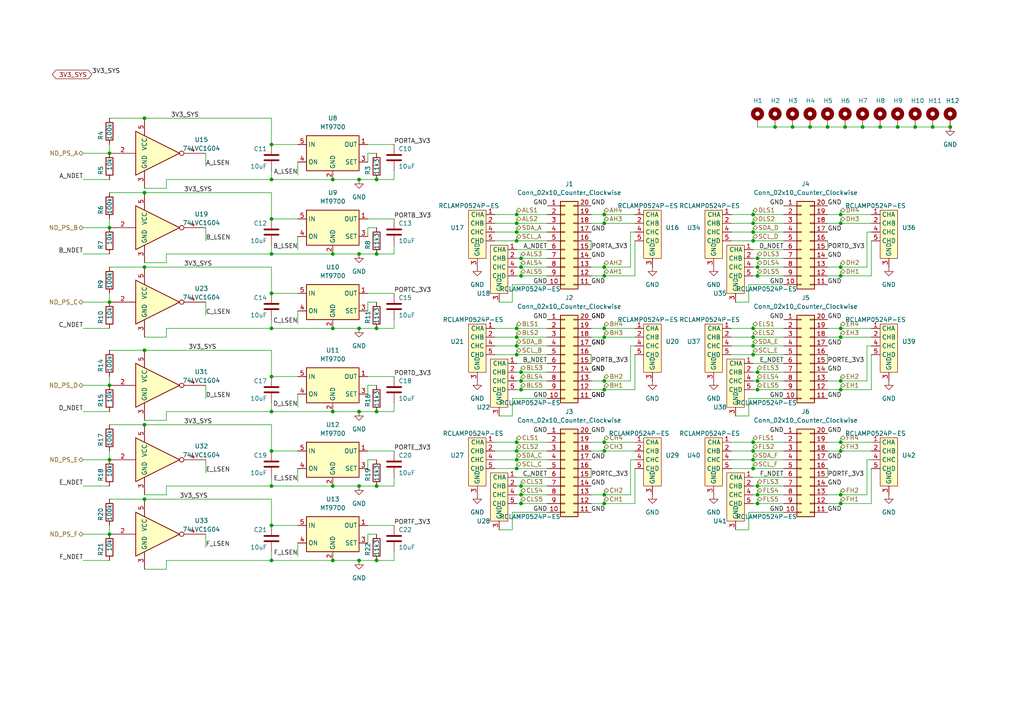
<source format=kicad_sch>
(kicad_sch (version 20230121) (generator eeschema)
  (paper "A4")
  (junction (at 218.44 102.87))
  (junction (at 175.26 80.01))
  (junction (at 175.26 143.51))
  (junction (at 31.75 154.94))
  (junction (at 175.26 97.79))
  (junction (at 78.74 130.81))
  (junction (at 31.75 66.04))
  (junction (at 218.44 130.81))
  (junction (at 218.44 100.33))
  (junction (at 151.13 74.93))
  (junction (at 243.84 130.81))
  (junction (at 234.95 36.83))
  (junction (at 243.84 77.47))
  (junction (at 218.44 128.27))
  (junction (at 245.11 36.83))
  (junction (at 41.91 123.19))
  (junction (at 109.22 140.97))
  (junction (at 78.74 85.09))
  (junction (at 275.59 36.83))
  (junction (at 149.86 102.87))
  (junction (at 149.86 69.85))
  (junction (at 265.43 36.83))
  (junction (at 78.74 140.97))
  (junction (at 31.75 133.35))
  (junction (at 104.14 140.97))
  (junction (at 255.27 36.83))
  (junction (at 243.84 62.23))
  (junction (at 31.75 44.45))
  (junction (at 149.86 64.77))
  (junction (at 243.84 95.25))
  (junction (at 96.52 52.07))
  (junction (at 109.22 162.56))
  (junction (at 250.19 36.83))
  (junction (at 175.26 62.23))
  (junction (at 243.84 64.77))
  (junction (at 96.52 140.97))
  (junction (at 243.84 128.27))
  (junction (at 175.26 130.81))
  (junction (at 149.86 67.31))
  (junction (at 243.84 110.49))
  (junction (at 96.52 95.25))
  (junction (at 218.44 133.35))
  (junction (at 175.26 77.47))
  (junction (at 175.26 128.27))
  (junction (at 243.84 146.05))
  (junction (at 149.86 62.23))
  (junction (at 219.71 140.97))
  (junction (at 78.74 52.07))
  (junction (at 78.74 63.5))
  (junction (at 218.44 135.89))
  (junction (at 96.52 119.38))
  (junction (at 219.71 77.47))
  (junction (at 151.13 80.01))
  (junction (at 151.13 113.03))
  (junction (at 41.91 55.88))
  (junction (at 218.44 97.79))
  (junction (at 151.13 146.05))
  (junction (at 219.71 80.01))
  (junction (at 31.75 111.76))
  (junction (at 109.22 119.38))
  (junction (at 219.71 107.95))
  (junction (at 219.71 110.49))
  (junction (at 109.22 73.66))
  (junction (at 151.13 77.47))
  (junction (at 218.44 64.77))
  (junction (at 243.84 143.51))
  (junction (at 175.26 110.49))
  (junction (at 243.84 97.79))
  (junction (at 260.35 36.83))
  (junction (at 243.84 113.03))
  (junction (at 109.22 95.25))
  (junction (at 149.86 135.89))
  (junction (at 104.14 162.56))
  (junction (at 224.79 36.83))
  (junction (at 219.71 74.93))
  (junction (at 243.84 80.01))
  (junction (at 149.86 133.35))
  (junction (at 151.13 110.49))
  (junction (at 151.13 143.51))
  (junction (at 229.87 36.83))
  (junction (at 104.14 95.25))
  (junction (at 41.91 144.78))
  (junction (at 104.14 73.66))
  (junction (at 151.13 107.95))
  (junction (at 218.44 62.23))
  (junction (at 96.52 73.66))
  (junction (at 270.51 36.83))
  (junction (at 104.14 52.07))
  (junction (at 31.75 87.63))
  (junction (at 78.74 119.38))
  (junction (at 218.44 67.31))
  (junction (at 175.26 64.77))
  (junction (at 149.86 95.25))
  (junction (at 219.71 146.05))
  (junction (at 219.71 113.03))
  (junction (at 149.86 100.33))
  (junction (at 240.03 36.83))
  (junction (at 175.26 95.25))
  (junction (at 175.26 146.05))
  (junction (at 78.74 162.56))
  (junction (at 218.44 95.25))
  (junction (at 41.91 101.6))
  (junction (at 149.86 130.81))
  (junction (at 78.74 73.66))
  (junction (at 78.74 109.22))
  (junction (at 104.14 119.38))
  (junction (at 41.91 77.47))
  (junction (at 96.52 162.56))
  (junction (at 149.86 97.79))
  (junction (at 151.13 140.97))
  (junction (at 149.86 128.27))
  (junction (at 78.74 41.91))
  (junction (at 41.91 34.29))
  (junction (at 78.74 152.4))
  (junction (at 109.22 52.07))
  (junction (at 218.44 69.85))
  (junction (at 175.26 113.03))
  (junction (at 78.74 95.25))
  (junction (at 219.71 143.51))
  (wire (pts (xy 212.09 135.89) (xy 218.44 135.89)))
  (wire (pts (xy 149.86 138.43) (xy 158.75 138.43)))
  (wire (pts (xy 109.22 119.38) (xy 114.3 119.38)))
  (wire (pts (xy 243.84 146.05) (xy 243.84 144.78)))
  (wire (pts (xy 31.75 85.09) (xy 31.75 87.63)))
  (wire (pts (xy 243.84 77.47) (xy 243.84 76.2)))
  (wire (pts (xy 175.26 113.03) (xy 184.15 113.03)))
  (wire (pts (xy 219.71 142.24) (xy 219.71 143.51)))
  (wire (pts (xy 31.75 152.4) (xy 31.75 154.94)))
  (wire (pts (xy 175.26 93.98) (xy 175.26 95.25)))
  (wire (pts (xy 143.51 102.87) (xy 149.86 102.87)))
  (wire (pts (xy 106.68 41.91) (xy 114.3 41.91)))
  (wire (pts (xy 240.03 113.03) (xy 243.84 113.03)))
  (wire (pts (xy 106.68 85.09) (xy 114.3 85.09)))
  (wire (pts (xy 212.09 67.31) (xy 218.44 67.31)))
  (wire (pts (xy 149.86 74.93) (xy 151.13 74.93)))
  (wire (pts (xy 252.73 133.35) (xy 251.46 133.35)))
  (wire (pts (xy 175.26 63.5) (xy 175.26 64.77)))
  (wire (pts (xy 114.3 95.25) (xy 114.3 92.71)))
  (wire (pts (xy 149.86 63.5) (xy 149.86 64.77)))
  (wire (pts (xy 243.84 97.79) (xy 243.84 96.52)))
  (wire (pts (xy 243.84 128.27) (xy 243.84 127)))
  (wire (pts (xy 78.74 73.66) (xy 96.52 73.66)))
  (wire (pts (xy 41.91 34.29) (xy 78.74 34.29)))
  (wire (pts (xy 148.59 120.65) (xy 148.59 115.57)))
  (wire (pts (xy 219.71 106.68) (xy 219.71 107.95)))
  (wire (pts (xy 260.35 36.83) (xy 265.43 36.83)))
  (wire (pts (xy 218.44 93.98) (xy 218.44 95.25)))
  (wire (pts (xy 78.74 109.22) (xy 86.36 109.22)))
  (wire (pts (xy 24.13 111.76) (xy 31.75 111.76)))
  (wire (pts (xy 151.13 80.01) (xy 158.75 80.01)))
  (wire (pts (xy 175.26 111.76) (xy 175.26 113.03)))
  (wire (pts (xy 212.09 100.33) (xy 218.44 100.33)))
  (wire (pts (xy 148.59 148.59) (xy 158.75 148.59)))
  (wire (pts (xy 217.17 87.63) (xy 217.17 82.55)))
  (wire (pts (xy 78.74 52.07) (xy 48.26 52.07)))
  (wire (pts (xy 149.86 134.62) (xy 149.86 135.89)))
  (wire (pts (xy 109.22 95.25) (xy 114.3 95.25)))
  (wire (pts (xy 96.52 52.07) (xy 104.14 52.07)))
  (wire (pts (xy 149.86 129.54) (xy 149.86 130.81)))
  (wire (pts (xy 251.46 110.49) (xy 243.84 110.49)))
  (wire (pts (xy 106.68 152.4) (xy 114.3 152.4)))
  (wire (pts (xy 31.75 55.88) (xy 41.91 55.88)))
  (wire (pts (xy 243.84 97.79) (xy 252.73 97.79)))
  (wire (pts (xy 78.74 152.4) (xy 86.36 152.4)))
  (wire (pts (xy 143.51 69.85) (xy 149.86 69.85)))
  (wire (pts (xy 96.52 162.56) (xy 104.14 162.56)))
  (wire (pts (xy 184.15 80.01) (xy 184.15 69.85)))
  (wire (pts (xy 78.74 144.78) (xy 78.74 152.4)))
  (wire (pts (xy 240.03 143.51) (xy 243.84 143.51)))
  (wire (pts (xy 143.51 62.23) (xy 149.86 62.23)))
  (wire (pts (xy 240.03 95.25) (xy 243.84 95.25)))
  (wire (pts (xy 224.79 36.83) (xy 229.87 36.83)))
  (wire (pts (xy 251.46 143.51) (xy 243.84 143.51)))
  (wire (pts (xy 218.44 128.27) (xy 227.33 128.27)))
  (wire (pts (xy 78.74 92.71) (xy 78.74 95.25)))
  (wire (pts (xy 59.69 111.76) (xy 59.69 115.57)))
  (wire (pts (xy 218.44 72.39) (xy 227.33 72.39)))
  (wire (pts (xy 78.74 55.88) (xy 78.74 63.5)))
  (wire (pts (xy 243.84 80.01) (xy 252.73 80.01)))
  (wire (pts (xy 184.15 100.33) (xy 182.88 100.33)))
  (wire (pts (xy 240.03 36.83) (xy 245.11 36.83)))
  (wire (pts (xy 171.45 143.51) (xy 175.26 143.51)))
  (wire (pts (xy 219.71 107.95) (xy 227.33 107.95)))
  (wire (pts (xy 171.45 130.81) (xy 175.26 130.81)))
  (wire (pts (xy 24.13 162.56) (xy 31.75 162.56)))
  (wire (pts (xy 171.45 128.27) (xy 175.26 128.27)))
  (wire (pts (xy 48.26 54.61) (xy 41.91 54.61)))
  (wire (pts (xy 106.68 111.76) (xy 109.22 111.76)))
  (wire (pts (xy 149.86 62.23) (xy 158.75 62.23)))
  (wire (pts (xy 171.45 72.39) (xy 171.45 69.85)))
  (wire (pts (xy 175.26 143.51) (xy 175.26 142.24)))
  (wire (pts (xy 243.84 130.81) (xy 252.73 130.81)))
  (wire (pts (xy 149.86 133.35) (xy 158.75 133.35)))
  (wire (pts (xy 243.84 128.27) (xy 252.73 128.27)))
  (wire (pts (xy 48.26 140.97) (xy 48.26 143.51)))
  (wire (pts (xy 151.13 109.22) (xy 151.13 110.49)))
  (wire (pts (xy 175.26 109.22) (xy 175.26 110.49)))
  (wire (pts (xy 171.45 135.89) (xy 171.45 138.43)))
  (wire (pts (xy 48.26 76.2) (xy 41.91 76.2)))
  (wire (pts (xy 86.36 157.48) (xy 86.36 161.29)))
  (wire (pts (xy 171.45 95.25) (xy 175.26 95.25)))
  (wire (pts (xy 106.68 68.58) (xy 106.68 66.04)))
  (wire (pts (xy 243.84 62.23) (xy 252.73 62.23)))
  (wire (pts (xy 175.26 78.74) (xy 175.26 80.01)))
  (wire (pts (xy 96.52 73.66) (xy 104.14 73.66)))
  (wire (pts (xy 149.86 107.95) (xy 151.13 107.95)))
  (wire (pts (xy 243.84 113.03) (xy 243.84 111.76)))
  (wire (pts (xy 243.84 80.01) (xy 243.84 78.74)))
  (wire (pts (xy 217.17 82.55) (xy 227.33 82.55)))
  (wire (pts (xy 143.51 128.27) (xy 149.86 128.27)))
  (wire (pts (xy 149.86 64.77) (xy 158.75 64.77)))
  (wire (pts (xy 219.71 73.66) (xy 219.71 74.93)))
  (wire (pts (xy 218.44 134.62) (xy 218.44 135.89)))
  (wire (pts (xy 218.44 80.01) (xy 219.71 80.01)))
  (wire (pts (xy 31.75 144.78) (xy 41.91 144.78)))
  (wire (pts (xy 24.13 73.66) (xy 31.75 73.66)))
  (wire (pts (xy 31.75 101.6) (xy 41.91 101.6)))
  (wire (pts (xy 78.74 119.38) (xy 48.26 119.38)))
  (wire (pts (xy 151.13 78.74) (xy 151.13 80.01)))
  (wire (pts (xy 41.91 77.47) (xy 78.74 77.47)))
  (wire (pts (xy 250.19 36.83) (xy 255.27 36.83)))
  (wire (pts (xy 48.26 95.25) (xy 48.26 97.79)))
  (wire (pts (xy 143.51 135.89) (xy 149.86 135.89)))
  (wire (pts (xy 243.84 143.51) (xy 243.84 142.24)))
  (wire (pts (xy 48.26 52.07) (xy 48.26 54.61)))
  (wire (pts (xy 149.86 146.05) (xy 151.13 146.05)))
  (wire (pts (xy 149.86 101.6) (xy 149.86 102.87)))
  (wire (pts (xy 151.13 74.93) (xy 158.75 74.93)))
  (wire (pts (xy 149.86 135.89) (xy 158.75 135.89)))
  (wire (pts (xy 234.95 36.83) (xy 240.03 36.83)))
  (wire (pts (xy 175.26 62.23) (xy 184.15 62.23)))
  (wire (pts (xy 251.46 133.35) (xy 251.46 143.51)))
  (wire (pts (xy 270.51 36.83) (xy 275.59 36.83)))
  (wire (pts (xy 24.13 133.35) (xy 31.75 133.35)))
  (wire (pts (xy 106.68 130.81) (xy 114.3 130.81)))
  (wire (pts (xy 78.74 73.66) (xy 48.26 73.66)))
  (wire (pts (xy 212.09 69.85) (xy 218.44 69.85)))
  (wire (pts (xy 252.73 80.01) (xy 252.73 69.85)))
  (wire (pts (xy 240.03 80.01) (xy 243.84 80.01)))
  (wire (pts (xy 78.74 140.97) (xy 96.52 140.97)))
  (wire (pts (xy 149.86 113.03) (xy 151.13 113.03)))
  (wire (pts (xy 175.26 76.2) (xy 175.26 77.47)))
  (wire (pts (xy 240.03 128.27) (xy 243.84 128.27)))
  (wire (pts (xy 252.73 113.03) (xy 252.73 102.87)))
  (wire (pts (xy 182.88 67.31) (xy 182.88 77.47)))
  (wire (pts (xy 212.09 133.35) (xy 218.44 133.35)))
  (wire (pts (xy 114.3 52.07) (xy 114.3 49.53)))
  (wire (pts (xy 86.36 90.17) (xy 86.36 93.98)))
  (wire (pts (xy 219.71 111.76) (xy 219.71 113.03)))
  (wire (pts (xy 251.46 67.31) (xy 251.46 77.47)))
  (wire (pts (xy 218.44 140.97) (xy 219.71 140.97)))
  (wire (pts (xy 218.44 77.47) (xy 219.71 77.47)))
  (wire (pts (xy 182.88 110.49) (xy 175.26 110.49)))
  (wire (pts (xy 171.45 64.77) (xy 175.26 64.77)))
  (wire (pts (xy 149.86 66.04) (xy 149.86 67.31)))
  (wire (pts (xy 243.84 64.77) (xy 243.84 63.5)))
  (wire (pts (xy 240.03 62.23) (xy 243.84 62.23)))
  (wire (pts (xy 106.68 46.99) (xy 106.68 44.45)))
  (wire (pts (xy 109.22 162.56) (xy 114.3 162.56)))
  (wire (pts (xy 149.86 77.47) (xy 151.13 77.47)))
  (wire (pts (xy 218.44 68.58) (xy 218.44 69.85)))
  (wire (pts (xy 218.44 64.77) (xy 227.33 64.77)))
  (wire (pts (xy 175.26 146.05) (xy 175.26 144.78)))
  (wire (pts (xy 31.75 41.91) (xy 31.75 44.45)))
  (wire (pts (xy 114.3 119.38) (xy 114.3 116.84)))
  (wire (pts (xy 149.86 132.08) (xy 149.86 133.35)))
  (wire (pts (xy 78.74 162.56) (xy 48.26 162.56)))
  (wire (pts (xy 218.44 135.89) (xy 227.33 135.89)))
  (wire (pts (xy 151.13 139.7) (xy 151.13 140.97)))
  (wire (pts (xy 184.15 146.05) (xy 184.15 135.89)))
  (wire (pts (xy 213.36 153.67) (xy 217.17 153.67)))
  (wire (pts (xy 218.44 101.6) (xy 218.44 102.87)))
  (wire (pts (xy 106.68 87.63) (xy 109.22 87.63)))
  (wire (pts (xy 175.26 96.52) (xy 175.26 97.79)))
  (wire (pts (xy 106.68 133.35) (xy 109.22 133.35)))
  (wire (pts (xy 218.44 69.85) (xy 227.33 69.85)))
  (wire (pts (xy 149.86 99.06) (xy 149.86 100.33)))
  (wire (pts (xy 114.3 73.66) (xy 114.3 71.12)))
  (wire (pts (xy 24.13 87.63) (xy 31.75 87.63)))
  (wire (pts (xy 86.36 46.99) (xy 86.36 50.8)))
  (wire (pts (xy 212.09 130.81) (xy 218.44 130.81)))
  (wire (pts (xy 212.09 64.77) (xy 218.44 64.77)))
  (wire (pts (xy 59.69 44.45) (xy 59.69 48.26)))
  (wire (pts (xy 184.15 67.31) (xy 182.88 67.31)))
  (wire (pts (xy 218.44 127) (xy 218.44 128.27)))
  (wire (pts (xy 243.84 130.81) (xy 243.84 129.54)))
  (wire (pts (xy 175.26 146.05) (xy 184.15 146.05)))
  (wire (pts (xy 151.13 146.05) (xy 158.75 146.05)))
  (wire (pts (xy 218.44 96.52) (xy 218.44 97.79)))
  (wire (pts (xy 59.69 87.63) (xy 59.69 91.44)))
  (wire (pts (xy 218.44 146.05) (xy 219.71 146.05)))
  (wire (pts (xy 143.51 133.35) (xy 149.86 133.35)))
  (wire (pts (xy 48.26 162.56) (xy 48.26 165.1)))
  (wire (pts (xy 217.17 153.67) (xy 217.17 148.59)))
  (wire (pts (xy 106.68 154.94) (xy 109.22 154.94)))
  (wire (pts (xy 78.74 77.47) (xy 78.74 85.09)))
  (wire (pts (xy 240.03 130.81) (xy 243.84 130.81)))
  (wire (pts (xy 149.86 72.39) (xy 158.75 72.39)))
  (wire (pts (xy 31.75 123.19) (xy 41.91 123.19)))
  (wire (pts (xy 212.09 102.87) (xy 218.44 102.87)))
  (wire (pts (xy 109.22 140.97) (xy 114.3 140.97)))
  (wire (pts (xy 148.59 115.57) (xy 158.75 115.57)))
  (wire (pts (xy 78.74 95.25) (xy 96.52 95.25)))
  (wire (pts (xy 96.52 119.38) (xy 104.14 119.38)))
  (wire (pts (xy 212.09 97.79) (xy 218.44 97.79)))
  (wire (pts (xy 151.13 106.68) (xy 151.13 107.95)))
  (wire (pts (xy 218.44 74.93) (xy 219.71 74.93)))
  (wire (pts (xy 144.78 153.67) (xy 148.59 153.67)))
  (wire (pts (xy 48.26 143.51) (xy 41.91 143.51)))
  (wire (pts (xy 243.84 146.05) (xy 252.73 146.05)))
  (wire (pts (xy 24.13 44.45) (xy 31.75 44.45)))
  (wire (pts (xy 219.71 80.01) (xy 227.33 80.01)))
  (wire (pts (xy 218.44 95.25) (xy 227.33 95.25)))
  (wire (pts (xy 114.3 140.97) (xy 114.3 138.43)))
  (wire (pts (xy 219.71 140.97) (xy 227.33 140.97)))
  (wire (pts (xy 151.13 107.95) (xy 158.75 107.95)))
  (wire (pts (xy 78.74 140.97) (xy 48.26 140.97)))
  (wire (pts (xy 148.59 82.55) (xy 158.75 82.55)))
  (wire (pts (xy 217.17 120.65) (xy 217.17 115.57)))
  (wire (pts (xy 109.22 52.07) (xy 114.3 52.07)))
  (wire (pts (xy 240.03 102.87) (xy 240.03 105.41)))
  (wire (pts (xy 104.14 140.97) (xy 109.22 140.97)))
  (wire (pts (xy 149.86 102.87) (xy 158.75 102.87)))
  (wire (pts (xy 184.15 113.03) (xy 184.15 102.87)))
  (wire (pts (xy 217.17 115.57) (xy 227.33 115.57)))
  (wire (pts (xy 104.14 73.66) (xy 109.22 73.66)))
  (wire (pts (xy 48.26 73.66) (xy 48.26 76.2)))
  (wire (pts (xy 243.84 95.25) (xy 243.84 93.98)))
  (wire (pts (xy 212.09 128.27) (xy 218.44 128.27)))
  (wire (pts (xy 24.13 52.07) (xy 31.75 52.07)))
  (wire (pts (xy 212.09 62.23) (xy 218.44 62.23)))
  (wire (pts (xy 143.51 64.77) (xy 149.86 64.77)))
  (wire (pts (xy 143.51 95.25) (xy 149.86 95.25)))
  (wire (pts (xy 175.26 64.77) (xy 184.15 64.77)))
  (wire (pts (xy 96.52 95.25) (xy 104.14 95.25)))
  (wire (pts (xy 78.74 85.09) (xy 86.36 85.09)))
  (wire (pts (xy 175.26 128.27) (xy 184.15 128.27)))
  (wire (pts (xy 86.36 135.89) (xy 86.36 139.7)))
  (wire (pts (xy 175.26 128.27) (xy 175.26 127)))
  (wire (pts (xy 78.74 41.91) (xy 86.36 41.91)))
  (wire (pts (xy 96.52 140.97) (xy 104.14 140.97)))
  (wire (pts (xy 48.26 121.92) (xy 41.91 121.92)))
  (wire (pts (xy 151.13 113.03) (xy 158.75 113.03)))
  (wire (pts (xy 240.03 77.47) (xy 243.84 77.47)))
  (wire (pts (xy 149.86 80.01) (xy 151.13 80.01)))
  (wire (pts (xy 218.44 102.87) (xy 227.33 102.87)))
  (wire (pts (xy 78.74 123.19) (xy 78.74 130.81)))
  (wire (pts (xy 149.86 67.31) (xy 158.75 67.31)))
  (wire (pts (xy 219.71 110.49) (xy 227.33 110.49)))
  (wire (pts (xy 171.45 113.03) (xy 175.26 113.03)))
  (wire (pts (xy 24.13 140.97) (xy 31.75 140.97)))
  (wire (pts (xy 151.13 73.66) (xy 151.13 74.93)))
  (wire (pts (xy 149.86 130.81) (xy 158.75 130.81)))
  (wire (pts (xy 114.3 162.56) (xy 114.3 160.02)))
  (wire (pts (xy 218.44 97.79) (xy 227.33 97.79)))
  (wire (pts (xy 218.44 62.23) (xy 227.33 62.23)))
  (wire (pts (xy 219.71 144.78) (xy 219.71 146.05)))
  (wire (pts (xy 143.51 100.33) (xy 149.86 100.33)))
  (wire (pts (xy 213.36 120.65) (xy 217.17 120.65)))
  (wire (pts (xy 219.71 36.83) (xy 224.79 36.83)))
  (wire (pts (xy 151.13 110.49) (xy 158.75 110.49)))
  (wire (pts (xy 31.75 63.5) (xy 31.75 66.04)))
  (wire (pts (xy 182.88 100.33) (xy 182.88 110.49)))
  (wire (pts (xy 143.51 130.81) (xy 149.86 130.81)))
  (wire (pts (xy 240.03 135.89) (xy 240.03 138.43)))
  (wire (pts (xy 143.51 97.79) (xy 149.86 97.79)))
  (wire (pts (xy 78.74 162.56) (xy 96.52 162.56)))
  (wire (pts (xy 212.09 95.25) (xy 218.44 95.25)))
  (wire (pts (xy 217.17 148.59) (xy 227.33 148.59)))
  (wire (pts (xy 24.13 95.25) (xy 31.75 95.25)))
  (wire (pts (xy 106.68 90.17) (xy 106.68 87.63)))
  (wire (pts (xy 31.75 34.29) (xy 41.91 34.29)))
  (wire (pts (xy 24.13 119.38) (xy 31.75 119.38)))
  (wire (pts (xy 219.71 146.05) (xy 227.33 146.05)))
  (wire (pts (xy 218.44 99.06) (xy 218.44 100.33)))
  (wire (pts (xy 265.43 36.83) (xy 270.51 36.83)))
  (wire (pts (xy 149.86 93.98) (xy 149.86 95.25)))
  (wire (pts (xy 219.71 113.03) (xy 227.33 113.03)))
  (wire (pts (xy 151.13 142.24) (xy 151.13 143.51)))
  (wire (pts (xy 78.74 52.07) (xy 96.52 52.07)))
  (wire (pts (xy 218.44 60.96) (xy 218.44 62.23)))
  (wire (pts (xy 106.68 135.89) (xy 106.68 133.35)))
  (wire (pts (xy 104.14 52.07) (xy 109.22 52.07)))
  (wire (pts (xy 219.71 77.47) (xy 227.33 77.47)))
  (wire (pts (xy 149.86 95.25) (xy 158.75 95.25)))
  (wire (pts (xy 245.11 36.83) (xy 250.19 36.83)))
  (wire (pts (xy 218.44 113.03) (xy 219.71 113.03)))
  (wire (pts (xy 106.68 63.5) (xy 114.3 63.5)))
  (wire (pts (xy 218.44 107.95) (xy 219.71 107.95)))
  (wire (pts (xy 151.13 140.97) (xy 158.75 140.97)))
  (wire (pts (xy 106.68 114.3) (xy 106.68 111.76)))
  (wire (pts (xy 78.74 49.53) (xy 78.74 52.07)))
  (wire (pts (xy 104.14 95.25) (xy 109.22 95.25)))
  (wire (pts (xy 149.86 60.96) (xy 149.86 62.23)))
  (wire (pts (xy 219.71 143.51) (xy 227.33 143.51)))
  (wire (pts (xy 151.13 76.2) (xy 151.13 77.47)))
  (wire (pts (xy 143.51 67.31) (xy 149.86 67.31)))
  (wire (pts (xy 48.26 97.79) (xy 41.91 97.79)))
  (wire (pts (xy 184.15 133.35) (xy 182.88 133.35)))
  (wire (pts (xy 243.84 113.03) (xy 252.73 113.03)))
  (wire (pts (xy 251.46 77.47) (xy 243.84 77.47)))
  (wire (pts (xy 78.74 95.25) (xy 48.26 95.25)))
  (wire (pts (xy 31.75 77.47) (xy 41.91 77.47)))
  (wire (pts (xy 171.45 62.23) (xy 175.26 62.23)))
  (wire (pts (xy 175.26 110.49) (xy 171.45 110.49)))
  (wire (pts (xy 78.74 160.02) (xy 78.74 162.56)))
  (wire (pts (xy 175.26 77.47) (xy 171.45 77.47)))
  (wire (pts (xy 24.13 154.94) (xy 31.75 154.94)))
  (wire (pts (xy 151.13 111.76) (xy 151.13 113.03)))
  (wire (pts (xy 78.74 34.29) (xy 78.74 41.91)))
  (wire (pts (xy 59.69 66.04) (xy 59.69 69.85)))
  (wire (pts (xy 151.13 143.51) (xy 158.75 143.51)))
  (wire (pts (xy 218.44 63.5) (xy 218.44 64.77)))
  (wire (pts (xy 175.26 60.96) (xy 175.26 62.23)))
  (wire (pts (xy 149.86 105.41) (xy 158.75 105.41)))
  (wire (pts (xy 106.68 157.48) (xy 106.68 154.94)))
  (wire (pts (xy 48.26 165.1) (xy 41.91 165.1)))
  (wire (pts (xy 78.74 63.5) (xy 86.36 63.5)))
  (wire (pts (xy 240.03 69.85) (xy 240.03 72.39)))
  (wire (pts (xy 229.87 36.83) (xy 234.95 36.83)))
  (wire (pts (xy 218.44 110.49) (xy 219.71 110.49)))
  (wire (pts (xy 240.03 146.05) (xy 243.84 146.05)))
  (wire (pts (xy 106.68 109.22) (xy 114.3 109.22)))
  (wire (pts (xy 255.27 36.83) (xy 260.35 36.83)))
  (wire (pts (xy 48.26 119.38) (xy 48.26 121.92)))
  (wire (pts (xy 109.22 73.66) (xy 114.3 73.66)))
  (wire (pts (xy 218.44 105.41) (xy 227.33 105.41)))
  (wire (pts (xy 151.13 77.47) (xy 158.75 77.47)))
  (wire (pts (xy 78.74 119.38) (xy 96.52 119.38)))
  (wire (pts (xy 41.91 101.6) (xy 78.74 101.6)))
  (wire (pts (xy 218.44 132.08) (xy 218.44 133.35)))
  (wire (pts (xy 149.86 68.58) (xy 149.86 69.85)))
  (wire (pts (xy 252.73 146.05) (xy 252.73 135.89)))
  (wire (pts (xy 86.36 114.3) (xy 86.36 118.11)))
  (wire (pts (xy 182.88 143.51) (xy 175.26 143.51)))
  (wire (pts (xy 41.91 123.19) (xy 78.74 123.19)))
  (wire (pts (xy 218.44 67.31) (xy 227.33 67.31)))
  (wire (pts (xy 104.14 119.38) (xy 109.22 119.38)))
  (wire (pts (xy 78.74 71.12) (xy 78.74 73.66)))
  (wire (pts (xy 149.86 96.52) (xy 149.86 97.79)))
  (wire (pts (xy 59.69 154.94) (xy 59.69 158.75)))
  (wire (pts (xy 78.74 130.81) (xy 86.36 130.81)))
  (wire (pts (xy 106.68 44.45) (xy 109.22 44.45)))
  (wire (pts (xy 175.26 97.79) (xy 184.15 97.79)))
  (wire (pts (xy 149.86 100.33) (xy 158.75 100.33)))
  (wire (pts (xy 219.71 109.22) (xy 219.71 110.49)))
  (wire (pts (xy 41.91 55.88) (xy 78.74 55.88)))
  (wire (pts (xy 149.86 140.97) (xy 151.13 140.97)))
  (wire (pts (xy 41.91 144.78) (xy 78.74 144.78)))
  (wire (pts (xy 78.74 138.43) (xy 78.74 140.97)))
  (wire (pts (xy 243.84 64.77) (xy 252.73 64.77)))
  (wire (pts (xy 240.03 97.79) (xy 243.84 97.79)))
  (wire (pts (xy 104.14 162.56) (xy 109.22 162.56)))
  (wire (pts (xy 175.26 95.25) (xy 184.15 95.25)))
  (wire (pts (xy 182.88 77.47) (xy 175.26 77.47)))
  (wire (pts (xy 218.44 100.33) (xy 227.33 100.33)))
  (wire (pts (xy 218.44 133.35) (xy 227.33 133.35)))
  (wire (pts (xy 218.44 138.43) (xy 227.33 138.43)))
  (wire (pts (xy 86.36 68.58) (xy 86.36 72.39)))
  (wire (pts (xy 151.13 144.78) (xy 151.13 146.05)))
  (wire (pts (xy 78.74 101.6) (xy 78.74 109.22)))
  (wire (pts (xy 219.71 139.7) (xy 219.71 140.97)))
  (wire (pts (xy 213.36 87.63) (xy 217.17 87.63)))
  (wire (pts (xy 251.46 100.33) (xy 251.46 110.49)))
  (wire (pts (xy 175.26 80.01) (xy 184.15 80.01)))
  (wire (pts (xy 149.86 143.51) (xy 151.13 143.51)))
  (wire (pts (xy 31.75 109.22) (xy 31.75 111.76)))
  (wire (pts (xy 243.84 62.23) (xy 243.84 60.96)))
  (wire (pts (xy 175.26 130.81) (xy 175.26 129.54)))
  (wire (pts (xy 31.75 130.81) (xy 31.75 133.35)))
  (wire (pts (xy 218.44 130.81) (xy 227.33 130.81)))
  (wire (pts (xy 252.73 100.33) (xy 251.46 100.33)))
  (wire (pts (xy 148.59 87.63) (xy 148.59 82.55)))
  (wire (pts (xy 219.71 74.93) (xy 227.33 74.93)))
  (wire (pts (xy 149.86 110.49) (xy 151.13 110.49)))
  (wire (pts (xy 24.13 66.04) (xy 31.75 66.04)))
  (wire (pts (xy 182.88 133.35) (xy 182.88 143.51)))
  (wire (pts (xy 218.44 143.51) (xy 219.71 143.51)))
  (wire (pts (xy 218.44 66.04) (xy 218.44 67.31)))
  (wire (pts (xy 59.69 133.35) (xy 59.69 137.16)))
  (wire (pts (xy 175.26 130.81) (xy 184.15 130.81)))
  (wire (pts (xy 240.03 110.49) (xy 243.84 110.49)))
  (wire (pts (xy 144.78 87.63) (xy 148.59 87.63)))
  (wire (pts (xy 252.73 67.31) (xy 251.46 67.31)))
  (wire (pts (xy 219.71 78.74) (xy 219.71 80.01)))
  (wire (pts (xy 149.86 69.85) (xy 158.75 69.85)))
  (wire (pts (xy 243.84 110.49) (xy 243.84 109.22)))
  (wire (pts (xy 148.59 153.67) (xy 148.59 148.59)))
  (wire (pts (xy 106.68 66.04) (xy 109.22 66.04)))
  (wire (pts (xy 149.86 97.79) (xy 158.75 97.79)))
  (wire (pts (xy 144.78 120.65) (xy 148.59 120.65)))
  (wire (pts (xy 171.45 97.79) (xy 175.26 97.79)))
  (wire (pts (xy 149.86 127) (xy 149.86 128.27)))
  (wire (pts (xy 171.45 146.05) (xy 175.26 146.05)))
  (wire (pts (xy 78.74 116.84) (xy 78.74 119.38)))
  (wire (pts (xy 149.86 128.27) (xy 158.75 128.27)))
  (wire (pts (xy 171.45 105.41) (xy 171.45 102.87)))
  (wire (pts (xy 219.71 76.2) (xy 219.71 77.47)))
  (wire (pts (xy 240.03 64.77) (xy 243.84 64.77)))
  (wire (pts (xy 171.45 80.01) (xy 175.26 80.01)))
  (wire (pts (xy 218.44 129.54) (xy 218.44 130.81)))
  (wire (pts (xy 243.84 95.25) (xy 252.73 95.25)))
  (label "GND" (at 240.03 74.93 0))
  (label "E_LSEN" (at 59.69 137.16 0))
  (label "B_LSEN" (at 86.36 72.39 180))
  (label "GND" (at 158.75 59.69 180))
  (label "GND" (at 171.45 148.59 0))
  (label "PORTB_3V3" (at 171.45 105.41 0))
  (label "GND" (at 240.03 125.73 0))
  (label "PORTD_3V3" (at 114.3 109.22 0))
  (label "C_LSEN" (at 59.69 91.44 0))
  (label "GND" (at 158.75 92.71 180))
  (label "A_LSEN" (at 59.69 48.26 0))
  (label "GND" (at 227.33 115.57 180))
  (label "GND" (at 227.33 92.71 180))
  (label "GND" (at 158.75 148.59 180))
  (label "3V3_SYS" (at 52.07 144.78 0))
  (label "GND" (at 240.03 92.71 0))
  (label "GND" (at 240.03 107.95 0))
  (label "PORTE_3V3" (at 114.3 130.81 0))
  (label "GND" (at 171.45 133.35 0))
  (label "GND" (at 171.45 115.57 0))
  (label "GND" (at 171.45 100.33 0))
  (label "C_NDET" (at 158.75 138.43 180))
  (label "GND" (at 171.45 125.73 0))
  (label "GND" (at 240.03 115.57 0))
  (label "F_NDET" (at 227.33 138.43 180))
  (label "E_LSEN" (at 86.36 139.7 180))
  (label "GND" (at 171.45 67.31 0))
  (label "A_NDET" (at 24.13 52.07 180))
  (label "GND" (at 171.45 140.97 0))
  (label "D_LSEN" (at 86.36 118.11 180))
  (label "F_LSEN" (at 86.36 161.29 180))
  (label "3V3_SYS" (at 53.34 77.47 0))
  (label "PORTC_3V3" (at 171.45 138.43 0))
  (label "GND" (at 158.75 115.57 180))
  (label "GND" (at 171.45 82.55 0))
  (label "GND" (at 171.45 92.71 0))
  (label "GND" (at 158.75 125.73 180))
  (label "C_NDET" (at 24.13 95.25 180))
  (label "PORTC_3V3" (at 114.3 85.09 0))
  (label "GND" (at 240.03 140.97 0))
  (label "GND" (at 240.03 100.33 0))
  (label "GND" (at 240.03 133.35 0))
  (label "3V3_SYS" (at 49.53 34.29 0))
  (label "PORTA_3V3" (at 114.3 41.91 0))
  (label "PORTF_3V3" (at 240.03 138.43 0))
  (label "GND" (at 158.75 82.55 180))
  (label "GND" (at 227.33 148.59 180))
  (label "B_LSEN" (at 59.69 69.85 0))
  (label "GND" (at 171.45 92.71 0))
  (label "PORTA_3V3" (at 171.45 72.39 0))
  (label "GND" (at 171.45 107.95 0))
  (label "E_NDET" (at 24.13 140.97 180))
  (label "D_NDET" (at 227.33 72.39 180))
  (label "GND" (at 171.45 107.95 0))
  (label "GND" (at 171.45 100.33 0))
  (label "D_NDET" (at 24.13 119.38 180))
  (label "GND" (at 227.33 59.69 180))
  (label "B_NDET" (at 158.75 105.41 180))
  (label "PORTB_3V3" (at 114.3 63.5 0))
  (label "PORTF_3V3" (at 114.3 152.4 0))
  (label "PORTD_3V3" (at 240.03 72.39 0))
  (label "F_LSEN" (at 59.69 158.75 0))
  (label "A_LSEN" (at 86.36 50.8 180))
  (label "GND" (at 227.33 82.55 180))
  (label "C_LSEN" (at 86.36 93.98 180))
  (label "GND" (at 240.03 67.31 0))
  (label "GND" (at 171.45 74.93 0))
  (label "F_NDET" (at 24.13 162.56 180))
  (label "3V3_SYS" (at 53.34 123.19 0))
  (label "GND" (at 240.03 148.59 0))
  (label "GND" (at 171.45 115.57 0))
  (label "B_NDET" (at 24.13 73.66 180))
  (label "A_NDET" (at 158.75 72.39 180))
  (label "GND" (at 240.03 82.55 0))
  (label "E_NDET" (at 227.33 105.41 180))
  (label "GND" (at 240.03 59.69 0))
  (label "D_LSEN" (at 59.69 115.57 0))
  (label "GND" (at 227.33 125.73 180))
  (label "3V3_SYS" (at 26.67 21.59 0))
  (label "3V3_SYS" (at 53.34 55.88 0))
  (label "GND" (at 171.45 59.69 0))
  (label "PORTE_3V3" (at 240.03 105.41 0))
  (label "3V3_SYS" (at 54.61 101.6 0))
  (global_label "3V3_SYS" (shape bidirectional) (at 26.67 21.59 180) (property "Intersheetrefs" "${INTERSHEET_REFS}" (effects hide)))
  (hierarchical_label "EH2" (shape bidirectional) (at 243.84 109.22 0))
  (hierarchical_label "AH1" (shape bidirectional) (at 175.26 78.74 0))
  (hierarchical_label "CLS5" (shape bidirectional) (at 151.13 144.78 0))
  (hierarchical_label "AH3" (shape bidirectional) (at 175.26 63.5 0))
  (hierarchical_label "FLS5" (shape bidirectional) (at 219.71 144.78 0))
  (hierarchical_label "ALS5" (shape bidirectional) (at 151.13 78.74 0))
  (hierarchical_label "ND_PS_C" (shape tri_state) (at 24.13 87.63 180))
  (hierarchical_label "CH1" (shape bidirectional) (at 175.26 144.78 0))
  (hierarchical_label "EH4" (shape bidirectional) (at 243.84 93.98 0))
  (hierarchical_label "BLS1" (shape bidirectional) (at 149.86 93.98 0))
  (hierarchical_label "EH3" (shape bidirectional) (at 243.84 96.52 0))
  (hierarchical_label "SCL_B" (shape bidirectional) (at 149.86 101.6 0))
  (hierarchical_label "CLS3" (shape bidirectional) (at 151.13 139.7 0))
  (hierarchical_label "BH3" (shape bidirectional) (at 175.26 96.52 0))
  (hierarchical_label "AH2" (shape bidirectional) (at 175.26 76.2 0))
  (hierarchical_label "DH1" (shape bidirectional) (at 243.84 78.74 0))
  (hierarchical_label "DLS1" (shape bidirectional) (at 218.44 60.96 0))
  (hierarchical_label "DH2" (shape bidirectional) (at 243.84 76.2 0))
  (hierarchical_label "BH1" (shape bidirectional) (at 175.26 111.76 0))
  (hierarchical_label "CH3" (shape bidirectional) (at 175.26 129.54 0))
  (hierarchical_label "SCL_D" (shape bidirectional) (at 218.44 68.58 0))
  (hierarchical_label "ND_PS_D" (shape tri_state) (at 24.13 111.76 180))
  (hierarchical_label "ELS1" (shape bidirectional) (at 218.44 93.98 0))
  (hierarchical_label "CH4" (shape bidirectional) (at 175.26 127 0))
  (hierarchical_label "DLS5" (shape bidirectional) (at 219.71 78.74 0))
  (hierarchical_label "SDA_C" (shape bidirectional) (at 149.86 132.08 0))
  (hierarchical_label "ALS1" (shape bidirectional) (at 149.86 60.96 0))
  (hierarchical_label "DH3" (shape bidirectional) (at 243.84 63.5 0))
  (hierarchical_label "DLS3" (shape bidirectional) (at 219.71 73.66 0))
  (hierarchical_label "ALS3" (shape bidirectional) (at 151.13 73.66 0))
  (hierarchical_label "SDA_A" (shape bidirectional) (at 149.86 66.04 0))
  (hierarchical_label "FH2" (shape bidirectional) (at 243.84 142.24 0))
  (hierarchical_label "ELS4" (shape bidirectional) (at 219.71 109.22 0))
  (hierarchical_label "ND_PS_E" (shape tri_state) (at 24.13 133.35 180))
  (hierarchical_label "ND_PS_B" (shape tri_state) (at 24.13 66.04 180))
  (hierarchical_label "BLS2" (shape bidirectional) (at 149.86 96.52 0))
  (hierarchical_label "ND_PS_A" (shape tri_state) (at 24.13 44.45 180))
  (hierarchical_label "BLS5" (shape bidirectional) (at 151.13 111.76 0))
  (hierarchical_label "BLS4" (shape bidirectional) (at 151.13 109.22 0))
  (hierarchical_label "CLS1" (shape bidirectional) (at 149.86 127 0))
  (hierarchical_label "FH3" (shape bidirectional) (at 243.84 129.54 0))
  (hierarchical_label "FH1" (shape bidirectional) (at 243.84 144.78 0))
  (hierarchical_label "SDA_F" (shape bidirectional) (at 218.44 132.08 0))
  (hierarchical_label "AH4" (shape bidirectional) (at 175.26 60.96 0))
  (hierarchical_label "BH4" (shape bidirectional) (at 175.26 93.98 0))
  (hierarchical_label "SDA_E" (shape bidirectional) (at 218.44 99.06 0))
  (hierarchical_label "ND_PS_F" (shape tri_state) (at 24.13 154.94 180))
  (hierarchical_label "DLS2" (shape bidirectional) (at 218.44 63.5 0))
  (hierarchical_label "DH4" (shape bidirectional) (at 243.84 60.96 0))
  (hierarchical_label "FLS1" (shape bidirectional) (at 218.44 127 0))
  (hierarchical_label "SCL_E" (shape bidirectional) (at 218.44 101.6 0))
  (hierarchical_label "SCL_F" (shape bidirectional) (at 218.44 134.62 0))
  (hierarchical_label "BLS3" (shape bidirectional) (at 151.13 106.68 0))
  (hierarchical_label "CLS4" (shape bidirectional) (at 151.13 142.24 0))
  (hierarchical_label "FLS3" (shape bidirectional) (at 219.71 139.7 0))
  (hierarchical_label "ALS4" (shape bidirectional) (at 151.13 76.2 0))
  (hierarchical_label "SDA_B" (shape bidirectional) (at 149.86 99.06 0))
  (hierarchical_label "CLS2" (shape bidirectional) (at 149.86 129.54 0))
  (hierarchical_label "ALS2" (shape bidirectional) (at 149.86 63.5 0))
  (hierarchical_label "ELS2" (shape bidirectional) (at 218.44 96.52 0))
  (hierarchical_label "CH2" (shape bidirectional) (at 175.26 142.24 0))
  (hierarchical_label "SCL_C" (shape bidirectional) (at 149.86 134.62 0))
  (hierarchical_label "EH1" (shape bidirectional) (at 243.84 111.76 0))
  (hierarchical_label "ELS5" (shape bidirectional) (at 219.71 111.76 0))
  (hierarchical_label "SDA_D" (shape bidirectional) (at 218.44 66.04 0))
  (hierarchical_label "FLS4" (shape bidirectional) (at 219.71 142.24 0))
  (hierarchical_label "ELS3" (shape bidirectional) (at 219.71 106.68 0))
  (hierarchical_label "SCL_A" (shape bidirectional) (at 149.86 68.58 0))
  (hierarchical_label "FLS2" (shape bidirectional) (at 218.44 129.54 0))
  (hierarchical_label "FH4" (shape bidirectional) (at 243.84 127 0))
  (hierarchical_label "DLS4" (shape bidirectional) (at 219.71 76.2 0))
  (hierarchical_label "BH2" (shape bidirectional) (at 175.26 109.22 0))
  (symbol (lib_id "Connector_Generic:Conn_02x10_Counter_Clockwise") (at 163.83 102.87 0) (unit 1)
    (property "Reference" "J2" (at 165.1 86.36 0))
    (property "Value" "Conn_02x10_Counter_Clockwise" (at 165.1 88.9 0))
    (property "Footprint" "tildagon:SFP" (effects hide))
  )
  (symbol (lib_id "Device:C") (at 114.3 88.9 0) (unit 1)
    (property "Reference" "C15" (at 115.57 86.36 0) (effects (justify left)))
    (property "Value" "10uF" (at 115.57 91.44 0) (effects (justify left)))
    (property "Footprint" "Capacitor_SMD:C_1206_3216Metric" (effects hide))
  )
  (symbol (lib_id "power:GND") (at 257.81 77.47 0) (unit 1)
    (property "Reference" "#PWR037" (effects hide))
    (property "Value" "GND" (at 257.81 82.55 0))
  )
  (symbol (lib_id "tildagon:RCLAMP0524P-ES") (at 189.23 100.33 0) (unit 1)
    (property "Reference" "U20" (at 193.04 99.06 0) (effects (justify left)))
    (property "Value" "RCLAMP0524P-ES" (at 179.07 92.71 0) (effects (justify left)))
    (property "Footprint" "tildagon:Diodes_UDFN-10_1.0x2.5mm_P0.5mm" (effects hide))
  )
  (symbol (lib_id "tildagon:RCLAMP0524P-ES") (at 144.78 77.47 0) (mirror y) (unit 1)
    (property "Reference" "U18" (at 142.24 85.09 0) (effects (justify left)))
    (property "Value" "RCLAMP0524P-ES" (at 162.56 83.82 0) (effects (justify left)))
    (property "Footprint" "tildagon:Diodes_UDFN-10_1.0x2.5mm_P0.5mm" (effects hide))
  )
  (symbol (lib_id "Connector_Generic:Conn_02x10_Counter_Clockwise") (at 232.41 102.87 0) (unit 1)
    (property "Reference" "J5" (at 233.68 86.36 0))
    (property "Value" "Conn_02x10_Counter_Clockwise" (at 233.68 88.9 0))
    (property "Footprint" "tildagon:SFP" (effects hide))
  )
  (symbol (lib_id "power:GND") (at 189.23 110.49 0) (unit 1)
    (property "Reference" "#PWR017" (effects hide))
    (property "Value" "GND" (at 189.23 115.57 0))
  )
  (symbol (lib_id "tildagon:RCLAMP0524P-ES") (at 138.43 133.35 0) (mirror y) (unit 1)
    (property "Reference" "U27" (at 134.62 132.08 0) (effects (justify left)))
    (property "Value" "RCLAMP0524P-ES" (at 146.05 125.73 0) (effects (justify left)))
    (property "Footprint" "tildagon:Diodes_UDFN-10_1.0x2.5mm_P0.5mm" (effects hide))
  )
  (symbol (lib_id "Device:C") (at 114.3 67.31 0) (unit 1)
    (property "Reference" "C13" (at 115.57 64.77 0) (effects (justify left)))
    (property "Value" "10uF" (at 115.57 69.85 0) (effects (justify left)))
    (property "Footprint" "Capacitor_SMD:C_1206_3216Metric" (effects hide))
  )
  (symbol (lib_id "tildagon:RCLAMP0524P-ES") (at 189.23 133.35 0) (unit 1)
    (property "Reference" "U29" (at 193.04 132.08 0) (effects (justify left)))
    (property "Value" "RCLAMP0524P-ES" (at 176.53 125.73 0) (effects (justify left)))
    (property "Footprint" "tildagon:Diodes_UDFN-10_1.0x2.5mm_P0.5mm" (effects hide))
  )
  (symbol (lib_id "power:GND") (at 104.14 140.97 0) (unit 1)
    (property "Reference" "#PWR031" (effects hide))
    (property "Value" "GND" (at 104.14 146.05 0))
  )
  (symbol (lib_id "Connector_Generic:Conn_02x10_Counter_Clockwise") (at 163.83 69.85 0) (unit 1)
    (property "Reference" "J1" (at 165.1 53.34 0))
    (property "Value" "Conn_02x10_Counter_Clockwise" (at 165.1 55.88 0))
    (property "Footprint" "tildagon:SFP" (effects hide))
  )
  (symbol (lib_id "tildagon:RCLAMP0524P-ES") (at 213.36 77.47 0) (mirror y) (unit 1)
    (property "Reference" "U35" (at 210.82 85.09 0) (effects (justify left)))
    (property "Value" "RCLAMP0524P-ES" (at 231.14 83.82 0) (effects (justify left)))
    (property "Footprint" "tildagon:Diodes_UDFN-10_1.0x2.5mm_P0.5mm" (effects hide))
  )
  (symbol (lib_id "Device:R") (at 31.75 148.59 0) (unit 1)
    (property "Reference" "R20" (at 29.21 151.13 90) (effects (justify left)))
    (property "Value" "100k" (at 31.75 151.13 90) (effects (justify left)))
    (property "Footprint" "Resistor_SMD:R_0402_1005Metric" (effects hide))
  )
  (symbol (lib_id "power:GND") (at 138.43 143.51 0) (unit 1)
    (property "Reference" "#PWR023" (effects hide))
    (property "Value" "GND" (at 138.43 148.59 0))
  )
  (symbol (lib_id "Device:C") (at 114.3 113.03 0) (unit 1)
    (property "Reference" "C18" (at 115.57 110.49 0) (effects (justify left)))
    (property "Value" "10uF" (at 115.57 115.57 0) (effects (justify left)))
    (property "Footprint" "Capacitor_SMD:C_1206_3216Metric" (effects hide))
  )
  (symbol (lib_id "tildagon:RCLAMP0524P-ES") (at 207.01 100.33 0) (mirror y) (unit 1)
    (property "Reference" "U37" (at 203.2 99.06 0) (effects (justify left)))
    (property "Value" "RCLAMP0524P-ES" (at 214.63 92.71 0) (effects (justify left)))
    (property "Footprint" "tildagon:Diodes_UDFN-10_1.0x2.5mm_P0.5mm" (effects hide))
  )
  (symbol (lib_id "Device:R") (at 31.75 81.28 0) (unit 1)
    (property "Reference" "R9" (at 29.21 83.82 90) (effects (justify left)))
    (property "Value" "100k" (at 31.75 83.82 90) (effects (justify left)))
    (property "Footprint" "Resistor_SMD:R_0402_1005Metric" (effects hide))
  )
  (symbol (lib_id "Mechanical:MountingHole_Pad") (at 234.95 34.29 0) (unit 1)
    (property "Reference" "H4" (at 233.68 29.21 0) (effects (justify left)))
    (property "Value" "MountingHole_Pad" (effects hide))
    (property "Footprint" "tildagon:SMTSO2030CTJ" (effects hide))
  )
  (symbol (lib_id "Mechanical:MountingHole_Pad") (at 265.43 34.29 0) (unit 1)
    (property "Reference" "H10" (at 264.16 29.21 0) (effects (justify left)))
    (property "Value" "MountingHole_Pad" (effects hide))
    (property "Footprint" "tildagon:SMTSO2030CTJ" (effects hide))
  )
  (symbol (lib_id "power:GND") (at 104.14 119.38 0) (unit 1)
    (property "Reference" "#PWR030" (effects hide))
    (property "Value" "GND" (at 104.14 124.46 0))
  )
  (symbol (lib_id "power:GND") (at 189.23 143.51 0) (unit 1)
    (property "Reference" "#PWR024" (effects hide))
    (property "Value" "GND" (at 189.23 148.59 0))
  )
  (symbol (lib_id "power:GND") (at 275.59 36.83 0) (unit 1)
    (property "Reference" "#PWR01" (effects hide))
    (property "Value" "GND" (at 275.59 41.91 0))
  )
  (symbol (lib_id "Device:C") (at 114.3 134.62 0) (unit 1)
    (property "Reference" "C20" (at 115.57 132.08 0) (effects (justify left)))
    (property "Value" "10uF" (at 115.57 137.16 0) (effects (justify left)))
    (property "Footprint" "Capacitor_SMD:C_1206_3216Metric" (effects hide))
  )
  (symbol (lib_id "tildagon:RCLAMP0524P-ES") (at 207.01 133.35 0) (mirror y) (unit 1)
    (property "Reference" "U40" (at 203.2 132.08 0) (effects (justify left)))
    (property "Value" "RCLAMP0524P-ES" (at 214.63 125.73 0) (effects (justify left)))
    (property "Footprint" "tildagon:Diodes_UDFN-10_1.0x2.5mm_P0.5mm" (effects hide))
  )
  (symbol (lib_id "tildagon:RCLAMP0524P-ES") (at 257.81 100.33 0) (unit 1)
    (property "Reference" "U39" (at 261.62 99.06 0) (effects (justify left)))
    (property "Value" "RCLAMP0524P-ES" (at 245.11 92.71 0) (effects (justify left)))
    (property "Footprint" "tildagon:Diodes_UDFN-10_1.0x2.5mm_P0.5mm" (effects hide))
  )
  (symbol (lib_id "Device:C") (at 78.74 113.03 0) (mirror y) (unit 1)
    (property "Reference" "C17" (at 77.47 110.49 0) (effects (justify left)))
    (property "Value" "10uF" (at 77.47 115.57 0) (effects (justify left)))
    (property "Footprint" "Capacitor_SMD:C_1206_3216Metric" (effects hide))
  )
  (symbol (lib_id "74xGxx:74LVC1G04") (at 46.99 66.04 0) (unit 1)
    (property "Reference" "U19" (at 58.42 62.1031 0))
    (property "Value" "74LVC1G04" (at 58.42 64.6431 0))
    (property "Footprint" "Package_TO_SOT_SMD:SOT-353_SC-70-5" (effects hide))
    (property "Datasheet" "https://www.ti.com/lit/ds/symlink/sn74lvc1g04.pdf" (effects hide))
  )
  (symbol (lib_id "Device:R") (at 109.22 48.26 0) (unit 1)
    (property "Reference" "R3" (at 106.68 50.8 90) (effects (justify left)))
    (property "Value" "11k3" (at 109.22 50.8 90) (effects (justify left)))
    (property "Footprint" "Resistor_SMD:R_0402_1005Metric" (effects hide))
  )
  (symbol (lib_id "Device:C") (at 78.74 156.21 0) (mirror y) (unit 1)
    (property "Reference" "C21" (at 77.47 153.67 0) (effects (justify left)))
    (property "Value" "10uF" (at 77.47 158.75 0) (effects (justify left)))
    (property "Footprint" "Capacitor_SMD:C_1206_3216Metric" (effects hide))
  )
  (symbol (lib_id "power:GND") (at 138.43 77.47 0) (unit 1)
    (property "Reference" "#PWR013" (effects hide))
    (property "Value" "GND" (at 138.43 82.55 0))
  )
  (symbol (lib_id "Device:C") (at 114.3 45.72 0) (unit 1)
    (property "Reference" "C10" (at 115.57 43.18 0) (effects (justify left)))
    (property "Value" "10uF" (at 115.57 48.26 0) (effects (justify left)))
    (property "Footprint" "Capacitor_SMD:C_1206_3216Metric" (effects hide))
  )
  (symbol (lib_id "Connector_Generic:Conn_02x10_Counter_Clockwise") (at 232.41 69.85 0) (unit 1)
    (property "Reference" "J4" (at 233.68 53.34 0))
    (property "Value" "Conn_02x10_Counter_Clockwise" (at 233.68 55.88 0))
    (property "Footprint" "tildagon:SFP" (effects hide))
  )
  (symbol (lib_id "Device:R") (at 31.75 59.69 0) (unit 1)
    (property "Reference" "R6" (at 29.21 62.23 90) (effects (justify left)))
    (property "Value" "100k" (at 31.75 62.23 90) (effects (justify left)))
    (property "Footprint" "Resistor_SMD:R_0402_1005Metric" (effects hide))
  )
  (symbol (lib_id "Power_Management:AAT4610BIGV-1-T1") (at 96.52 111.76 0) (unit 1)
    (property "Reference" "U11" (at 96.52 101.6 0))
    (property "Value" "MT9700" (at 96.52 104.14 0))
    (property "Footprint" "Package_TO_SOT_SMD:SOT-23-5" (effects hide))
    (property "Datasheet" "http://www.skyworksinc.com/uploads/documents/201937A.pdf" (effects hide))
  )
  (symbol (lib_id "tildagon:RCLAMP0524P-ES") (at 213.36 110.49 0) (mirror y) (unit 1)
    (property "Reference" "U38" (at 210.82 118.11 0) (effects (justify left)))
    (property "Value" "RCLAMP0524P-ES" (at 231.14 116.84 0) (effects (justify left)))
    (property "Footprint" "tildagon:Diodes_UDFN-10_1.0x2.5mm_P0.5mm" (effects hide))
  )
  (symbol (lib_id "Mechanical:MountingHole_Pad") (at 250.19 34.29 0) (unit 1)
    (property "Reference" "H7" (at 248.92 29.21 0) (effects (justify left)))
    (property "Value" "MountingHole_Pad" (effects hide))
    (property "Footprint" "tildagon:SMTSO2030CTJ" (effects hide))
  )
  (symbol (lib_id "power:GND") (at 207.01 143.51 0) (unit 1)
    (property "Reference" "#PWR040" (effects hide))
    (property "Value" "GND" (at 207.01 148.59 0))
  )
  (symbol (lib_id "Mechanical:MountingHole_Pad") (at 275.59 34.29 0) (unit 1)
    (property "Reference" "H12" (at 274.32 29.21 0) (effects (justify left)))
    (property "Value" "MountingHole_Pad" (effects hide))
    (property "Footprint" "tildagon:SMTSO2030CTJ" (effects hide))
  )
  (symbol (lib_id "tildagon:RCLAMP0524P-ES") (at 138.43 100.33 0) (mirror y) (unit 1)
    (property "Reference" "U21" (at 134.62 99.06 0) (effects (justify left)))
    (property "Value" "RCLAMP0524P-ES" (at 146.05 92.71 0) (effects (justify left)))
    (property "Footprint" "tildagon:Diodes_UDFN-10_1.0x2.5mm_P0.5mm" (effects hide))
  )
  (symbol (lib_id "power:GND") (at 207.01 110.49 0) (unit 1)
    (property "Reference" "#PWR038" (effects hide))
    (property "Value" "GND" (at 207.01 115.57 0))
  )
  (symbol (lib_id "Mechanical:MountingHole_Pad") (at 240.03 34.29 0) (unit 1)
    (property "Reference" "H5" (at 238.76 29.21 0) (effects (justify left)))
    (property "Value" "MountingHole_Pad" (effects hide))
    (property "Footprint" "tildagon:SMTSO2030CTJ" (effects hide))
  )
  (symbol (lib_id "power:GND") (at 138.43 110.49 0) (unit 1)
    (property "Reference" "#PWR018" (effects hide))
    (property "Value" "GND" (at 138.43 115.57 0))
  )
  (symbol (lib_id "Device:R") (at 31.75 115.57 0) (unit 1)
    (property "Reference" "R15" (at 29.21 118.11 90) (effects (justify left)))
    (property "Value" "10k" (at 31.75 116.84 90) (effects (justify left)))
    (property "Footprint" "Resistor_SMD:R_0402_1005Metric" (effects hide))
  )
  (symbol (lib_id "power:GND") (at 104.14 73.66 0) (unit 1)
    (property "Reference" "#PWR016" (effects hide))
    (property "Value" "GND" (at 104.14 78.74 0))
  )
  (symbol (lib_id "Mechanical:MountingHole_Pad") (at 270.51 34.29 0) (unit 1)
    (property "Reference" "H11" (at 269.24 29.21 0) (effects (justify left)))
    (property "Value" "MountingHole_Pad" (effects hide))
    (property "Footprint" "tildagon:SMTSO2030CTJ" (effects hide))
  )
  (symbol (lib_id "Device:R") (at 31.75 38.1 0) (unit 1)
    (property "Reference" "R4" (at 29.21 40.64 90) (effects (justify left)))
    (property "Value" "100k" (at 31.75 40.64 90) (effects (justify left)))
    (property "Footprint" "Resistor_SMD:R_0402_1005Metric" (effects hide))
  )
  (symbol (lib_id "Device:C") (at 78.74 45.72 0) (mirror y) (unit 1)
    (property "Reference" "C11" (at 77.47 43.18 0) (effects (justify left)))
    (property "Value" "10uF" (at 77.47 48.26 0) (effects (justify left)))
    (property "Footprint" "Capacitor_SMD:C_1206_3216Metric" (effects hide))
  )
  (symbol (lib_id "tildagon:RCLAMP0524P-ES") (at 144.78 110.49 0) (mirror y) (unit 1)
    (property "Reference" "U22" (at 142.24 118.11 0) (effects (justify left)))
    (property "Value" "RCLAMP0524P-ES" (at 162.56 116.84 0) (effects (justify left)))
    (property "Footprint" "tildagon:Diodes_UDFN-10_1.0x2.5mm_P0.5mm" (effects hide))
  )
  (symbol (lib_id "Device:R") (at 31.75 69.85 0) (unit 1)
    (property "Reference" "R7" (at 29.21 72.39 90) (effects (justify left)))
    (property "Value" "10k" (at 31.75 71.12 90) (effects (justify left)))
    (property "Footprint" "Resistor_SMD:R_0402_1005Metric" (effects hide))
  )
  (symbol (lib_id "Device:R") (at 109.22 158.75 0) (unit 1)
    (property "Reference" "R22" (at 106.68 161.29 90) (effects (justify left)))
    (property "Value" "11k3" (at 109.22 161.29 90) (effects (justify left)))
    (property "Footprint" "Resistor_SMD:R_0402_1005Metric" (effects hide))
  )
  (symbol (lib_id "Connector_Generic:Conn_02x10_Counter_Clockwise") (at 163.83 135.89 0) (unit 1)
    (property "Reference" "J3" (at 165.1 119.38 0))
    (property "Value" "Conn_02x10_Counter_Clockwise" (at 165.1 121.92 0))
    (property "Footprint" "tildagon:SFP" (effects hide))
  )
  (symbol (lib_id "tildagon:RCLAMP0524P-ES") (at 257.81 67.31 0) (unit 1)
    (property "Reference" "U36" (at 261.62 66.04 0) (effects (justify left)))
    (property "Value" "RCLAMP0524P-ES" (at 245.11 59.69 0) (effects (justify left)))
    (property "Footprint" "tildagon:Diodes_UDFN-10_1.0x2.5mm_P0.5mm" (effects hide))
  )
  (symbol (lib_id "power:GND") (at 189.23 77.47 0) (unit 1)
    (property "Reference" "#PWR012" (effects hide))
    (property "Value" "GND" (at 189.23 82.55 0))
  )
  (symbol (lib_id "power:GND") (at 257.81 110.49 0) (unit 1)
    (property "Reference" "#PWR039" (effects hide))
    (property "Value" "GND" (at 257.81 115.57 0))
  )
  (symbol (lib_id "power:GND") (at 104.14 162.56 0) (unit 1)
    (property "Reference" "#PWR032" (effects hide))
    (property "Value" "GND" (at 104.14 167.64 0))
  )
  (symbol (lib_id "tildagon:RCLAMP0524P-ES") (at 138.43 67.31 0) (mirror y) (unit 1)
    (property "Reference" "U17" (at 134.62 66.04 0) (effects (justify left)))
    (property "Value" "RCLAMP0524P-ES" (at 144.78 59.69 0) (effects (justify left)))
    (property "Footprint" "tildagon:Diodes_UDFN-10_1.0x2.5mm_P0.5mm" (effects hide))
  )
  (symbol (lib_id "Device:C") (at 78.74 67.31 0) (mirror y) (unit 1)
    (property "Reference" "C12" (at 77.47 64.77 0) (effects (justify left)))
    (property "Value" "10uF" (at 77.47 69.85 0) (effects (justify left)))
    (property "Footprint" "Capacitor_SMD:C_1206_3216Metric" (effects hide))
  )
  (symbol (lib_id "Device:R") (at 109.22 91.44 0) (unit 1)
    (property "Reference" "R11" (at 106.68 93.98 90) (effects (justify left)))
    (property "Value" "11k3" (at 109.22 93.98 90) (effects (justify left)))
    (property "Footprint" "Resistor_SMD:R_0402_1005Metric" (effects hide))
  )
  (symbol (lib_id "Device:R") (at 31.75 105.41 0) (unit 1)
    (property "Reference" "R14" (at 29.21 107.95 90) (effects (justify left)))
    (property "Value" "100k" (at 31.75 107.95 90) (effects (justify left)))
    (property "Footprint" "Resistor_SMD:R_0402_1005Metric" (effects hide))
  )
  (symbol (lib_id "Mechanical:MountingHole_Pad") (at 219.71 34.29 0) (unit 1)
    (property "Reference" "H1" (at 218.44 29.21 0) (effects (justify left)))
    (property "Value" "MountingHole_Pad" (effects hide))
    (property "Footprint" "tildagon:SMTSO2030CTJ" (effects hide))
  )
  (symbol (lib_id "Device:R") (at 109.22 137.16 0) (unit 1)
    (property "Reference" "R19" (at 106.68 139.7 90) (effects (justify left)))
    (property "Value" "11k3" (at 109.22 139.7 90) (effects (justify left)))
    (property "Footprint" "Resistor_SMD:R_0402_1005Metric" (effects hide))
  )
  (symbol (lib_id "tildagon:RCLAMP0524P-ES") (at 144.78 143.51 0) (mirror y) (unit 1)
    (property "Reference" "U28" (at 142.24 151.13 0) (effects (justify left)))
    (property "Value" "RCLAMP0524P-ES" (at 162.56 149.86 0) (effects (justify left)))
    (property "Footprint" "tildagon:Diodes_UDFN-10_1.0x2.5mm_P0.5mm" (effects hide))
  )
  (symbol (lib_id "74xGxx:74LVC1G04") (at 46.99 111.76 0) (unit 1)
    (property "Reference" "U31" (at 58.42 107.8231 0))
    (property "Value" "74LVC1G04" (at 58.42 110.3631 0))
    (property "Footprint" "Package_TO_SOT_SMD:SOT-353_SC-70-5" (effects hide))
    (property "Datasheet" "https://www.ti.com/lit/ds/symlink/sn74lvc1g04.pdf" (effects hide))
  )
  (symbol (lib_id "Device:C") (at 78.74 88.9 0) (mirror y) (unit 1)
    (property "Reference" "C14" (at 77.47 86.36 0) (effects (justify left)))
    (property "Value" "10uF" (at 77.47 91.44 0) (effects (justify left)))
    (property "Footprint" "Capacitor_SMD:C_1206_3216Metric" (effects hide))
  )
  (symbol (lib_id "Device:R") (at 109.22 115.57 0) (unit 1)
    (property "Reference" "R16" (at 106.68 118.11 90) (effects (justify left)))
    (property "Value" "11k3" (at 109.22 118.11 90) (effects (justify left)))
    (property "Footprint" "Resistor_SMD:R_0402_1005Metric" (effects hide))
  )
  (symbol (lib_id "Device:C") (at 114.3 156.21 0) (unit 1)
    (property "Reference" "C22" (at 115.57 153.67 0) (effects (justify left)))
    (property "Value" "10uF" (at 115.57 158.75 0) (effects (justify left)))
    (property "Footprint" "Capacitor_SMD:C_1206_3216Metric" (effects hide))
  )
  (symbol (lib_id "74xGxx:74LVC1G04") (at 46.99 87.63 0) (unit 1)
    (property "Reference" "U23" (at 58.42 83.6931 0))
    (property "Value" "74LVC1G04" (at 58.42 86.2331 0))
    (property "Footprint" "Package_TO_SOT_SMD:SOT-353_SC-70-5" (effects hide))
    (property "Datasheet" "https://www.ti.com/lit/ds/symlink/sn74lvc1g04.pdf" (effects hide))
  )
  (symbol (lib_id "Mechanical:MountingHole_Pad") (at 229.87 34.29 0) (unit 1)
    (property "Reference" "H3" (at 228.6 29.21 0) (effects (justify left)))
    (property "Value" "MountingHole_Pad" (effects hide))
    (property "Footprint" "tildagon:SMTSO2030CTJ" (effects hide))
  )
  (symbol (lib_id "tildagon:RCLAMP0524P-ES") (at 213.36 143.51 0) (mirror y) (unit 1)
    (property "Reference" "U41" (at 210.82 151.13 0) (effects (justify left)))
    (property "Value" "RCLAMP0524P-ES" (at 231.14 149.86 0) (effects (justify left)))
    (property "Footprint" "tildagon:Diodes_UDFN-10_1.0x2.5mm_P0.5mm" (effects hide))
  )
  (symbol (lib_id "Device:C") (at 78.74 134.62 0) (mirror y) (unit 1)
    (property "Reference" "C19" (at 77.47 132.08 0) (effects (justify left)))
    (property "Value" "10uF" (at 77.47 137.16 0) (effects (justify left)))
    (property "Footprint" "Capacitor_SMD:C_1206_3216Metric" (effects hide))
  )
  (symbol (lib_id "Power_Management:AAT4610BIGV-1-T1") (at 96.52 66.04 0) (unit 1)
    (property "Reference" "U9" (at 96.52 55.88 0))
    (property "Value" "MT9700" (at 96.52 58.42 0))
    (property "Footprint" "Package_TO_SOT_SMD:SOT-23-5" (effects hide))
    (property "Datasheet" "http://www.skyworksinc.com/uploads/documents/201937A.pdf" (effects hide))
  )
  (symbol (lib_id "Mechanical:MountingHole_Pad") (at 245.11 34.29 0) (unit 1)
    (property "Reference" "H6" (at 243.84 29.21 0) (effects (justify left)))
    (property "Value" "MountingHole_Pad" (effects hide))
    (property "Footprint" "tildagon:SMTSO2030CTJ" (effects hide))
  )
  (symbol (lib_id "Device:R") (at 31.75 48.26 0) (unit 1)
    (property "Reference" "R5" (at 29.21 50.8 90) (effects (justify left)))
    (property "Value" "10k" (at 31.75 49.53 90) (effects (justify left)))
    (property "Footprint" "Resistor_SMD:R_0402_1005Metric" (effects hide))
  )
  (symbol (lib_id "74xGxx:74LVC1G04") (at 46.99 44.45 0) (unit 1)
    (property "Reference" "U15" (at 58.42 40.5131 0))
    (property "Value" "74LVC1G04" (at 58.42 43.0531 0))
    (property "Footprint" "Package_TO_SOT_SMD:SOT-353_SC-70-5" (effects hide))
    (property "Datasheet" "https://www.ti.com/lit/ds/symlink/sn74lvc1g04.pdf" (effects hide))
  )
  (symbol (lib_id "Power_Management:AAT4610BIGV-1-T1") (at 96.52 133.35 0) (unit 1)
    (property "Reference" "U12" (at 96.52 123.19 0))
    (property "Value" "MT9700" (at 96.52 125.73 0))
    (property "Footprint" "Package_TO_SOT_SMD:SOT-23-5" (effects hide))
    (property "Datasheet" "http://www.skyworksinc.com/uploads/documents/201937A.pdf" (effects hide))
  )
  (symbol (lib_id "Power_Management:AAT4610BIGV-1-T1") (at 96.52 44.45 0) (unit 1)
    (property "Reference" "U8" (at 96.52 34.29 0))
    (property "Value" "MT9700" (at 96.52 36.83 0))
    (property "Footprint" "Package_TO_SOT_SMD:SOT-23-5" (effects hide))
    (property "Datasheet" "http://www.skyworksinc.com/uploads/documents/201937A.pdf" (effects hide))
  )
  (symbol (lib_id "Power_Management:AAT4610BIGV-1-T1") (at 96.52 87.63 0) (unit 1)
    (property "Reference" "U10" (at 96.52 77.47 0))
    (property "Value" "MT9700" (at 96.52 80.01 0))
    (property "Footprint" "Package_TO_SOT_SMD:SOT-23-5" (effects hide))
    (property "Datasheet" "http://www.skyworksinc.com/uploads/documents/201937A.pdf" (effects hide))
  )
  (symbol (lib_id "Device:R") (at 31.75 91.44 0) (unit 1)
    (property "Reference" "R10" (at 29.21 93.98 90) (effects (justify left)))
    (property "Value" "10k" (at 31.75 92.71 90) (effects (justify left)))
    (property "Footprint" "Resistor_SMD:R_0402_1005Metric" (effects hide))
  )
  (symbol (lib_id "Mechanical:MountingHole_Pad") (at 224.79 34.29 0) (unit 1)
    (property "Reference" "H2" (at 223.52 29.21 0) (effects (justify left)))
    (property "Value" "MountingHole_Pad" (effects hide))
    (property "Footprint" "tildagon:SMTSO2030CTJ" (effects hide))
  )
  (symbol (lib_id "Device:R") (at 31.75 127 0) (unit 1)
    (property "Reference" "R17" (at 29.21 129.54 90) (effects (justify left)))
    (property "Value" "100k" (at 31.75 129.54 90) (effects (justify left)))
    (property "Footprint" "Resistor_SMD:R_0402_1005Metric" (effects hide))
  )
  (symbol (lib_id "power:GND") (at 257.81 143.51 0) (unit 1)
    (property "Reference" "#PWR041" (effects hide))
    (property "Value" "GND" (at 257.81 148.59 0))
  )
  (symbol (lib_id "Device:R") (at 31.75 158.75 0) (unit 1)
    (property "Reference" "R21" (at 29.21 161.29 90) (effects (justify left)))
    (property "Value" "10k" (at 31.75 160.02 90) (effects (justify left)))
    (property "Footprint" "Resistor_SMD:R_0402_1005Metric" (effects hide))
  )
  (symbol (lib_id "power:GND") (at 104.14 95.25 0) (unit 1)
    (property "Reference" "#PWR019" (effects hide))
    (property "Value" "GND" (at 104.14 100.33 0))
  )
  (symbol (lib_id "tildagon:RCLAMP0524P-ES") (at 257.81 133.35 0) (unit 1)
    (property "Reference" "U42" (at 261.62 132.08 0) (effects (justify left)))
    (property "Value" "RCLAMP0524P-ES" (at 245.11 125.73 0) (effects (justify left)))
    (property "Footprint" "tildagon:Diodes_UDFN-10_1.0x2.5mm_P0.5mm" (effects hide))
  )
  (symbol (lib_id "Device:R") (at 109.22 69.85 0) (unit 1)
    (property "Reference" "R8" (at 106.68 72.39 90) (effects (justify left)))
    (property "Value" "11k3" (at 109.22 72.39 90) (effects (justify left)))
    (property "Footprint" "Resistor_SMD:R_0402_1005Metric" (effects hide))
  )
  (symbol (lib_id "74xGxx:74LVC1G04") (at 46.99 133.35 0) (unit 1)
    (property "Reference" "U32" (at 58.42 129.4131 0))
    (property "Value" "74LVC1G04" (at 58.42 131.9531 0))
    (property "Footprint" "Package_TO_SOT_SMD:SOT-353_SC-70-5" (effects hide))
    (property "Datasheet" "https://www.ti.com/lit/ds/symlink/sn74lvc1g04.pdf" (effects hide))
  )
  (symbol (lib_id "Device:R") (at 31.75 137.16 0) (unit 1)
    (property "Reference" "R18" (at 29.21 139.7 90) (effects (justify left)))
    (property "Value" "10k" (at 31.75 138.43 90) (effects (justify left)))
    (property "Footprint" "Resistor_SMD:R_0402_1005Metric" (effects hide))
  )
  (symbol (lib_id "Mechanical:MountingHole_Pad") (at 255.27 34.29 0) (unit 1)
    (property "Reference" "H8" (at 254 29.21 0) (effects (justify left)))
    (property "Value" "MountingHole_Pad" (effects hide))
    (property "Footprint" "tildagon:SMTSO2030CTJ" (effects hide))
  )
  (symbol (lib_id "power:GND") (at 104.14 52.07 0) (unit 1)
    (property "Reference" "#PWR011" (effects hide))
    (property "Value" "GND" (at 104.14 57.15 0))
  )
  (symbol (lib_id "tildagon:RCLAMP0524P-ES") (at 207.01 67.31 0) (mirror y) (unit 1)
    (property "Reference" "U34" (at 203.2 66.04 0) (effects (justify left)))
    (property "Value" "RCLAMP0524P-ES" (at 214.63 59.69 0) (effects (justify left)))
    (property "Footprint" "tildagon:Diodes_UDFN-10_1.0x2.5mm_P0.5mm" (effects hide))
  )
  (symbol (lib_id "tildagon:RCLAMP0524P-ES") (at 189.23 67.31 0) (unit 1)
    (property "Reference" "U16" (at 193.04 66.04 0) (effects (justify left)))
    (property "Value" "RCLAMP0524P-ES" (at 179.07 59.69 0) (effects (justify left)))
    (property "Footprint" "tildagon:Diodes_UDFN-10_1.0x2.5mm_P0.5mm" (effects hide))
  )
  (symbol (lib_id "power:GND") (at 207.01 77.47 0) (unit 1)
    (property "Reference" "#PWR036" (effects hide))
    (property "Value" "GND" (at 207.01 82.55 0))
  )
  (symbol (lib_id "Connector_Generic:Conn_02x10_Counter_Clockwise") (at 232.41 135.89 0) (unit 1)
    (property "Reference" "J6" (at 233.68 119.38 0))
    (property "Value" "Conn_02x10_Counter_Clockwise" (at 233.68 121.92 0))
    (property "Footprint" "tildagon:SFP" (effects hide))
  )
  (symbol (lib_id "74xGxx:74LVC1G04") (at 46.99 154.94 0) (unit 1)
    (property "Reference" "U33" (at 58.42 151.0031 0))
    (property "Value" "74LVC1G04" (at 58.42 153.5431 0))
    (property "Footprint" "Package_TO_SOT_SMD:SOT-353_SC-70-5" (effects hide))
    (property "Datasheet" "https://www.ti.com/lit/ds/symlink/sn74lvc1g04.pdf" (effects hide))
  )
  (symbol (lib_id "Power_Management:AAT4610BIGV-1-T1") (at 96.52 154.94 0) (unit 1)
    (property "Reference" "U13" (at 96.52 144.78 0))
    (property "Value" "MT9700" (at 96.52 147.32 0))
    (property "Footprint" "Package_TO_SOT_SMD:SOT-23-5" (effects hide))
    (property "Datasheet" "http://www.skyworksinc.com/uploads/documents/201937A.pdf" (effects hide))
  )
  (symbol (lib_id "Mechanical:MountingHole_Pad") (at 260.35 34.29 0) (unit 1)
    (property "Reference" "H9" (at 259.08 29.21 0) (effects (justify left)))
    (property "Value" "MountingHole_Pad" (effects hide))
    (property "Footprint" "tildagon:SMTSO2030CTJ" (effects hide))
  )
)
</source>
